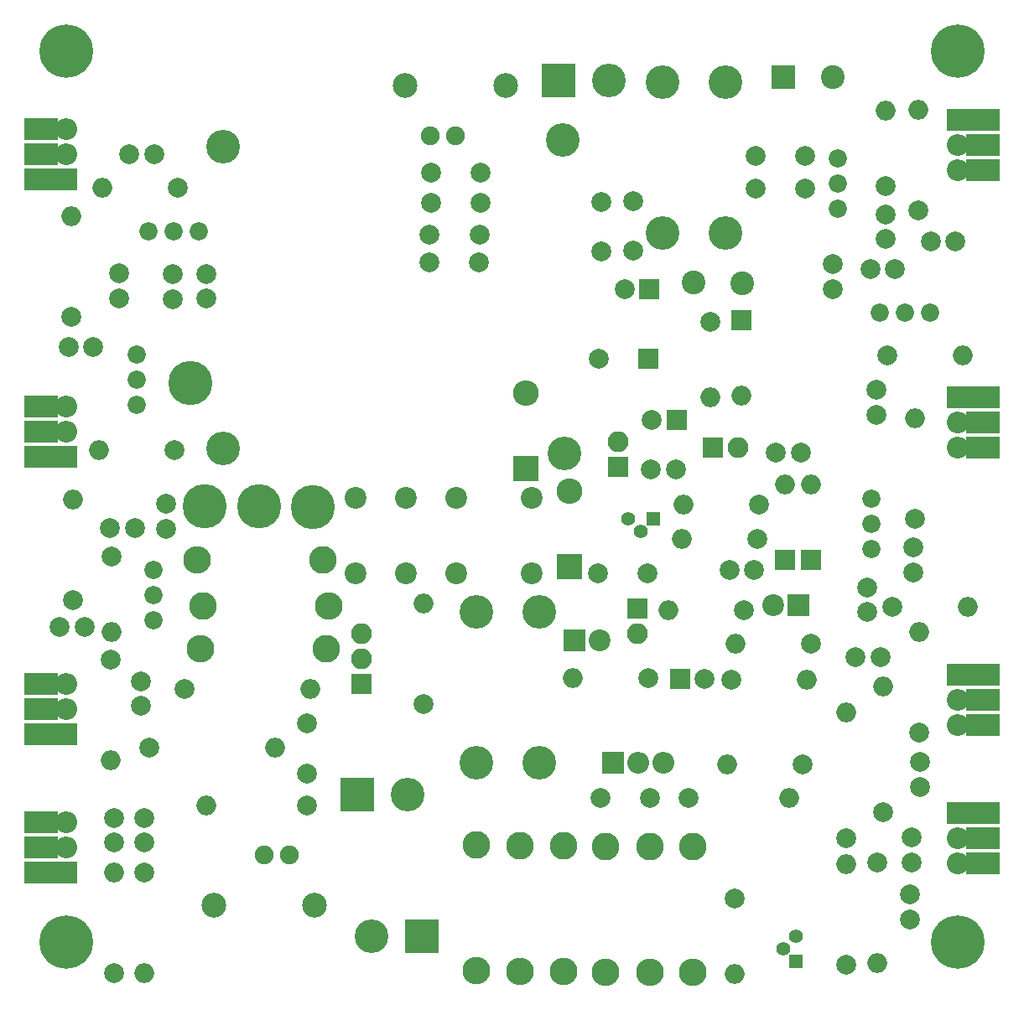
<source format=gbr>
G04 #@! TF.FileFunction,Soldermask,Top*
%FSLAX46Y46*%
G04 Gerber Fmt 4.6, Leading zero omitted, Abs format (unit mm)*
G04 Created by KiCad (PCBNEW 4.0.7) date 07/19/19 21:34:53*
%MOMM*%
%LPD*%
G01*
G04 APERTURE LIST*
%ADD10C,0.100000*%
%ADD11R,3.400000X3.400000*%
%ADD12C,3.400000*%
%ADD13C,1.840000*%
%ADD14C,2.000000*%
%ADD15O,2.000000X2.000000*%
%ADD16C,2.800000*%
%ADD17O,2.800000X2.800000*%
%ADD18R,2.000000X2.000000*%
%ADD19R,2.400000X2.400000*%
%ADD20C,2.400000*%
%ADD21R,2.600000X2.600000*%
%ADD22O,2.600000X2.600000*%
%ADD23R,2.100000X2.100000*%
%ADD24O,2.100000X2.100000*%
%ADD25C,1.400000*%
%ADD26R,1.400000X1.400000*%
%ADD27C,2.200000*%
%ADD28C,5.400000*%
%ADD29R,2.200000X2.200000*%
%ADD30O,2.200000X2.200000*%
%ADD31R,3.400000X2.200000*%
%ADD32C,1.900000*%
%ADD33C,2.500000*%
%ADD34C,4.464000*%
G04 APERTURE END LIST*
D10*
D11*
X74371200Y-120091200D03*
D12*
X79451200Y-120091200D03*
D13*
X53812440Y-102539800D03*
X53812440Y-99999800D03*
X53812440Y-97459800D03*
D14*
X56896000Y-109474000D03*
D15*
X69596000Y-109474000D03*
D14*
X114782600Y-94284800D03*
D15*
X107162600Y-94284800D03*
D14*
X81813400Y-60350400D03*
X86813400Y-60350400D03*
D16*
X70916800Y-96443800D03*
D17*
X58216800Y-96443800D03*
D18*
X106616500Y-82257900D03*
D14*
X104116500Y-82257900D03*
X119126000Y-85598000D03*
X116626000Y-85598000D03*
X106540300Y-87261700D03*
X104040300Y-87261700D03*
X49784000Y-124968000D03*
X49784000Y-122468000D03*
X53835300Y-55473600D03*
X51335300Y-55473600D03*
X130175000Y-132715000D03*
X130175000Y-130215000D03*
D18*
X103860600Y-69077840D03*
D14*
X101360600Y-69077840D03*
X59121040Y-67503040D03*
X59121040Y-70003040D03*
D18*
X103748840Y-76123800D03*
D14*
X98748840Y-76123800D03*
D19*
X117348000Y-47650400D03*
D20*
X122348000Y-47650400D03*
D14*
X49397920Y-93207840D03*
X51897920Y-93207840D03*
D18*
X106934000Y-108458000D03*
D14*
X109434000Y-108458000D03*
D18*
X117576600Y-96443800D03*
D15*
X117576600Y-88823800D03*
D18*
X120129300Y-96431100D03*
D15*
X120129300Y-88811100D03*
D21*
X91404440Y-87172800D03*
D22*
X91404440Y-79552800D03*
D21*
X95783400Y-97053400D03*
D22*
X95783400Y-89433400D03*
D11*
X80924400Y-134416800D03*
D12*
X75844400Y-134416800D03*
D11*
X94678500Y-48006000D03*
D12*
X99758500Y-48006000D03*
D23*
X74777600Y-108966000D03*
D24*
X74777600Y-106426000D03*
X74777600Y-103886000D03*
D14*
X81076800Y-110972600D03*
D15*
X81076800Y-100812600D03*
D25*
X102946200Y-93497400D03*
X101676200Y-92227400D03*
D26*
X104216200Y-92227400D03*
D14*
X114909600Y-90855800D03*
D15*
X107289600Y-90855800D03*
D16*
X58801000Y-101041200D03*
D17*
X71501000Y-101041200D03*
D16*
X71247000Y-105359200D03*
D17*
X58547000Y-105359200D03*
D14*
X49784000Y-138176000D03*
D15*
X49784000Y-128016000D03*
D14*
X126873000Y-127000000D03*
D15*
X126873000Y-137160000D03*
D14*
X112166400Y-108559600D03*
D15*
X119786400Y-108559600D03*
D16*
X95214440Y-125262640D03*
D17*
X95214440Y-137962640D03*
D14*
X120142000Y-104902000D03*
D15*
X112522000Y-104902000D03*
D14*
X103713280Y-108351320D03*
D15*
X96093280Y-108351320D03*
D27*
X84396600Y-97780000D03*
X74236600Y-97780000D03*
X79316600Y-97780000D03*
X79316600Y-90180000D03*
X84396600Y-90180000D03*
X74236600Y-90180000D03*
X92016600Y-97780000D03*
X92016600Y-90180000D03*
D13*
X53289200Y-63246000D03*
X55829200Y-63246000D03*
X58369200Y-63246000D03*
X126238000Y-90220800D03*
X126238000Y-92760800D03*
X126238000Y-95300800D03*
D28*
X45000000Y-135000000D03*
X135000000Y-135000000D03*
X135000000Y-45000000D03*
X45000000Y-45000000D03*
D14*
X69291200Y-117962680D03*
X69291200Y-112962680D03*
X98907600Y-120446800D03*
X103907600Y-120446800D03*
X98643440Y-97805240D03*
X103643440Y-97805240D03*
X114452400Y-97459800D03*
X111952400Y-97459800D03*
D20*
X113233200Y-68503800D03*
D14*
X109982000Y-72390000D03*
D15*
X109982000Y-80010000D03*
D14*
X52832000Y-128016000D03*
D15*
X52832000Y-138176000D03*
D14*
X123698000Y-137287000D03*
D15*
X123698000Y-127127000D03*
D14*
X69291200Y-121259600D03*
D15*
X59131200Y-121259600D03*
D14*
X107797600Y-120446800D03*
D15*
X117957600Y-120446800D03*
D29*
X118872000Y-100965000D03*
D27*
X116332000Y-100965000D03*
D29*
X45000000Y-128000000D03*
D30*
X45000000Y-125460000D03*
X45000000Y-122920000D03*
D31*
X42460000Y-128000000D03*
X42460000Y-125460000D03*
X42460000Y-122920000D03*
D29*
X135000000Y-122000000D03*
D30*
X135000000Y-124540000D03*
X135000000Y-127080000D03*
D31*
X137540000Y-122000000D03*
X137540000Y-124540000D03*
X137540000Y-127080000D03*
D23*
X100685600Y-87045800D03*
D24*
X100685600Y-84505800D03*
D29*
X96316800Y-104510840D03*
D27*
X98856800Y-104510840D03*
D14*
X125882400Y-101701600D03*
X125882400Y-99201600D03*
D20*
X108280200Y-68389500D03*
D29*
X45000000Y-114000000D03*
D30*
X45000000Y-111460000D03*
X45000000Y-108920000D03*
D31*
X42460000Y-114000000D03*
X42460000Y-111460000D03*
X42460000Y-108920000D03*
D29*
X135000000Y-108000000D03*
D30*
X135000000Y-110540000D03*
X135000000Y-113080000D03*
D31*
X137540000Y-108000000D03*
X137540000Y-110540000D03*
X137540000Y-113080000D03*
D29*
X45000000Y-86000000D03*
D30*
X45000000Y-83460000D03*
X45000000Y-80920000D03*
D31*
X42460000Y-86000000D03*
X42460000Y-83460000D03*
X42460000Y-80920000D03*
D29*
X135000000Y-80000000D03*
D30*
X135000000Y-82540000D03*
X135000000Y-85080000D03*
D31*
X137540000Y-80000000D03*
X137540000Y-82540000D03*
X137540000Y-85080000D03*
D29*
X135000000Y-52000000D03*
D30*
X135000000Y-54540000D03*
X135000000Y-57080000D03*
D31*
X137540000Y-52000000D03*
X137540000Y-54540000D03*
X137540000Y-57080000D03*
D32*
X84277200Y-53543240D03*
X81737200Y-53543240D03*
D33*
X79197200Y-48463240D03*
X89357200Y-48463240D03*
D32*
X64973200Y-126202400D03*
X67513200Y-126202400D03*
D33*
X70053200Y-131282400D03*
X59893200Y-131282400D03*
D14*
X114554000Y-55626000D03*
X119554000Y-55626000D03*
X98983800Y-60238640D03*
X98983800Y-65238640D03*
X102260400Y-60198000D03*
X102260400Y-65198000D03*
X114554000Y-58928000D03*
X119554000Y-58928000D03*
X81813400Y-57327800D03*
X86813400Y-57327800D03*
X81686400Y-63525400D03*
X86686400Y-63525400D03*
X81635600Y-66395600D03*
X86635600Y-66395600D03*
D16*
X90769440Y-125262640D03*
D17*
X90769440Y-137962640D03*
D16*
X86410800Y-125171200D03*
D17*
X86410800Y-137871200D03*
D12*
X92710000Y-116865400D03*
X92710000Y-101625400D03*
X86360000Y-116865400D03*
X86360000Y-101625400D03*
X111506000Y-63373000D03*
X111506000Y-48133000D03*
X105156000Y-63373000D03*
X105156000Y-48133000D03*
D14*
X127457200Y-121869200D03*
D15*
X127457200Y-109169200D03*
D14*
X52832000Y-124968000D03*
X52832000Y-122468000D03*
X130302000Y-124460000D03*
X130302000Y-126960000D03*
D34*
X64429640Y-91023440D03*
X69916040Y-91099640D03*
X57520840Y-78587600D03*
X58943240Y-91023440D03*
D14*
X53380640Y-115407440D03*
D15*
X66080640Y-115407440D03*
D14*
X123698000Y-124561600D03*
D15*
X123698000Y-111861600D03*
D14*
X131165600Y-116840000D03*
X131165600Y-119340000D03*
X52501800Y-108661200D03*
X52501800Y-111161200D03*
X124688600Y-106273600D03*
X127188600Y-106273600D03*
X55046880Y-93248480D03*
X55046880Y-90748480D03*
X130530600Y-95173800D03*
X130530600Y-97673800D03*
X44348400Y-103174800D03*
X46848400Y-103174800D03*
X126733300Y-79235300D03*
X126733300Y-81735300D03*
X50292000Y-69977000D03*
X50292000Y-67477000D03*
X126174500Y-67056000D03*
X128674500Y-67056000D03*
X55768240Y-67558920D03*
X55768240Y-70058920D03*
X132270500Y-64211200D03*
X134770500Y-64211200D03*
X45212000Y-74930000D03*
X47712000Y-74930000D03*
X127685800Y-61518800D03*
X127685800Y-64018800D03*
X122377200Y-66553080D03*
X122377200Y-69053080D03*
D13*
X127076200Y-71412100D03*
X129616200Y-71412100D03*
X132156200Y-71412100D03*
X52070000Y-80772000D03*
X52070000Y-78232000D03*
X52070000Y-75692000D03*
X122885200Y-55829200D03*
X122885200Y-58369200D03*
X122885200Y-60909200D03*
D14*
X128371600Y-101193600D03*
D15*
X135991600Y-101193600D03*
D14*
X49593500Y-96113600D03*
D15*
X49593500Y-103733600D03*
D14*
X127863600Y-75717400D03*
D15*
X135483600Y-75717400D03*
D14*
X55880000Y-85344000D03*
D15*
X48260000Y-85344000D03*
D14*
X127685800Y-58674000D03*
D15*
X127685800Y-51054000D03*
D29*
X45000000Y-58000000D03*
D30*
X45000000Y-55460000D03*
X45000000Y-52920000D03*
D31*
X42460000Y-58000000D03*
X42460000Y-55460000D03*
X42460000Y-52920000D03*
D14*
X56286400Y-58801000D03*
D15*
X48666400Y-58801000D03*
D14*
X119359680Y-117043200D03*
D15*
X111739680Y-117043200D03*
D23*
X110236000Y-85090000D03*
D24*
X112776000Y-85090000D03*
D18*
X113106200Y-72199500D03*
D15*
X113106200Y-79819500D03*
D23*
X102616000Y-101346000D03*
D24*
X102616000Y-103886000D03*
D16*
X108193840Y-125349000D03*
D17*
X108193840Y-138049000D03*
D16*
X103926640Y-125349000D03*
D17*
X103926640Y-138049000D03*
D16*
X99390200Y-125349000D03*
D17*
X99390200Y-138049000D03*
D14*
X113411000Y-101473000D03*
D15*
X105791000Y-101473000D03*
D12*
X95148400Y-54000400D03*
X60858400Y-54635400D03*
X95275400Y-85623400D03*
X60858400Y-85115400D03*
D25*
X117411500Y-135699500D03*
X118681500Y-134429500D03*
D26*
X118681500Y-136969500D03*
D14*
X112458500Y-130619500D03*
D15*
X112458500Y-138239500D03*
D29*
X100228400Y-116941600D03*
D30*
X102768400Y-116941600D03*
X105308400Y-116941600D03*
D14*
X131064000Y-113842800D03*
D15*
X131064000Y-103682800D03*
D14*
X49509680Y-106451400D03*
D15*
X49509680Y-116611400D03*
D14*
X130708400Y-92303600D03*
D15*
X130708400Y-82143600D03*
D14*
X45681900Y-100507800D03*
D15*
X45681900Y-90347800D03*
D14*
X130987800Y-61074300D03*
D15*
X130987800Y-50914300D03*
D14*
X45466000Y-71882000D03*
D15*
X45466000Y-61722000D03*
M02*

</source>
